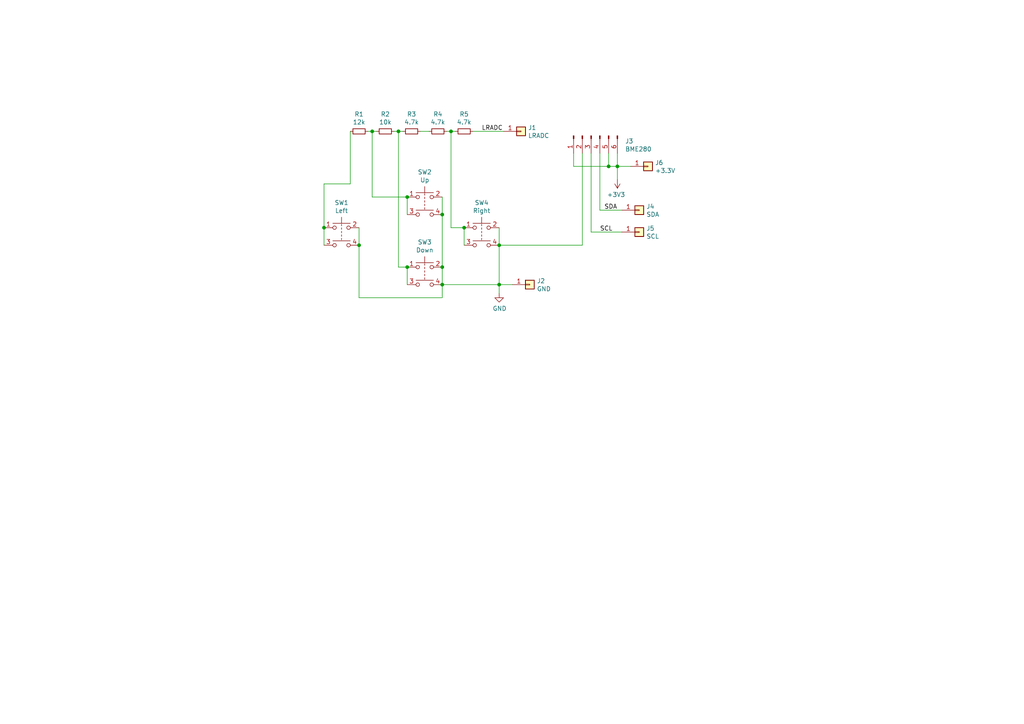
<source format=kicad_sch>
(kicad_sch (version 20211123) (generator eeschema)
  (paper "A4")
  (lib_symbols
    (symbol "Connector:Conn_01x06_Male" (pin_names (offset 1.016) hide)
      (property "Reference" "J" (at 0 7.62 0))
      (property "Value" "Conn_01x06_Male" (at 0 -10.16 0))
      (symbol "Conn_01x06_Male_1_1"
        (polyline (pts (xy 1.27 -7.62) (xy 0.8636 -7.62)) (stroke (width 0.1524)))
        (polyline (pts (xy 1.27 -5.08) (xy 0.8636 -5.08)) (stroke (width 0.1524)))
        (polyline (pts (xy 1.27 -2.54) (xy 0.8636 -2.54)) (stroke (width 0.1524)))
        (polyline (pts (xy 1.27 0) (xy 0.8636 0)) (stroke (width 0.1524)))
        (polyline (pts (xy 1.27 2.54) (xy 0.8636 2.54)) (stroke (width 0.1524)))
        (polyline (pts (xy 1.27 5.08) (xy 0.8636 5.08)) (stroke (width 0.1524)))
        (rectangle (start 0.8636 -7.493) (end 0 -7.747) (stroke (width 0.1524)) (fill (type outline)))
        (rectangle (start 0.8636 -4.953) (end 0 -5.207) (stroke (width 0.1524)) (fill (type outline)))
        (rectangle (start 0.8636 -2.413) (end 0 -2.667) (stroke (width 0.1524)) (fill (type outline)))
        (rectangle (start 0.8636 0.127) (end 0 -0.127) (stroke (width 0.1524)) (fill (type outline)))
        (rectangle (start 0.8636 2.667) (end 0 2.413) (stroke (width 0.1524)) (fill (type outline)))
        (rectangle (start 0.8636 5.207) (end 0 4.953) (stroke (width 0.1524)) (fill (type outline)))
        (pin passive line (at 5.08 5.08 180) (length 3.81) (name "Pin_1") (number "1"))
        (pin passive line (at 5.08 2.54 180) (length 3.81) (name "Pin_2") (number "2"))
        (pin passive line (at 5.08 0 180) (length 3.81) (name "Pin_3") (number "3"))
        (pin passive line (at 5.08 -2.54 180) (length 3.81) (name "Pin_4") (number "4"))
        (pin passive line (at 5.08 -5.08 180) (length 3.81) (name "Pin_5") (number "5"))
        (pin passive line (at 5.08 -7.62 180) (length 3.81) (name "Pin_6") (number "6"))
      )
    )
    (symbol "Connector_Generic:Conn_01x01" (pin_names (offset 1.016) hide)
      (property "Reference" "J" (at 0 2.54 0))
      (property "Value" "Conn_01x01" (at 0 -2.54 0))
      (symbol "Conn_01x01_1_1"
        (rectangle (start -1.27 0.127) (end 0 -0.127) (stroke (width 0.1524)))
        (rectangle (start -1.27 1.27) (end 1.27 -1.27) (stroke (width 0.254)) (fill (type background)))
        (pin passive line (at -5.08 0 0) (length 3.81) (name "Pin_1") (number "1"))
      )
    )
    (symbol "Device:R_Small" (pin_numbers hide) (pin_names (offset 0.254) hide)
      (property "Reference" "R" (at 0.762 0.508 0))
      (property "Value" "R_Small" (at 0.762 -1.016 0))
      (symbol "R_Small_0_1"
        (rectangle (start -0.762 1.778) (end 0.762 -1.778) (stroke (width 0.2032)))
      )
      (symbol "R_Small_1_1"
        (pin passive line (at 0 2.54 270) (length 0.762) (name "~") (number "1"))
        (pin passive line (at 0 -2.54 90) (length 0.762) (name "~") (number "2"))
      )
    )
    (symbol "Switch:SW_Push_Dual" (pin_names (offset 1.016) hide)
      (property "Reference" "SW" (at 1.27 2.54 0))
      (property "Value" "SW_Push_Dual" (at 0 -6.858 0))
      (symbol "SW_Push_Dual_0_1"
        (circle (center -2.032 -5.08) (radius 0.508))
        (circle (center -2.032 0) (radius 0.508))
        (polyline (pts (xy 0 -3.048) (xy 0 -3.556)))
        (polyline (pts (xy 0 -2.032) (xy 0 -2.54)))
        (polyline (pts (xy 0 -1.524) (xy 0 -1.016)))
        (polyline (pts (xy 0 -0.508) (xy 0 0)))
        (polyline (pts (xy 0 0.508) (xy 0 1.016)))
        (polyline (pts (xy 0 1.27) (xy 0 3.048)))
        (polyline (pts (xy 2.54 -3.81) (xy -2.54 -3.81)))
        (polyline (pts (xy 2.54 1.27) (xy -2.54 1.27)))
        (circle (center 2.032 -5.08) (radius 0.508))
        (circle (center 2.032 0) (radius 0.508))
        (pin passive line (at -5.08 0 0) (length 2.54) (name "1") (number "1"))
        (pin passive line (at 5.08 0 180) (length 2.54) (name "2") (number "2"))
        (pin passive line (at -5.08 -5.08 0) (length 2.54) (name "3") (number "3"))
        (pin passive line (at 5.08 -5.08 180) (length 2.54) (name "4") (number "4"))
      )
    )
    (symbol "power:+3.3V" (power) (pin_names (offset 0))
      (property "Value" "+3.3V" (at 0 3.556 0))
      (symbol "+3.3V_0_1"
        (polyline (pts (xy -0.762 1.27) (xy 0 2.54)))
        (polyline (pts (xy 0 0) (xy 0 2.54)))
        (polyline (pts (xy 0 2.54) (xy 0.762 1.27)))
      )
      (symbol "+3.3V_1_1"
        (pin power_in line (at 0 0 90) (length 0) hide (name "+3V3") (number "1"))
      )
    )
    (symbol "power:GND" (power) (pin_names (offset 0))
      (property "Value" "GND" (at 0 -3.81 0))
      (symbol "GND_0_1"
        (polyline (pts (xy 0 0) (xy 0 -1.27) (xy 1.27 -1.27) (xy 0 -2.54) (xy -1.27 -1.27) (xy 0 -1.27)))
      )
      (symbol "GND_1_1"
        (pin power_in line (at 0 0 270) (length 0) hide (name "GND") (number "1"))
      )
    )
  )
  (junction (at 179.07 48.26))
  (junction (at 104.14 71.12))
  (junction (at 115.57 38.1))
  (junction (at 93.98 66.04))
  (junction (at 107.95 38.1))
  (junction (at 144.78 71.12))
  (junction (at 130.81 38.1))
  (junction (at 144.78 82.55))
  (junction (at 118.11 77.47))
  (junction (at 128.27 77.47))
  (junction (at 176.53 48.26))
  (junction (at 118.11 57.15))
  (junction (at 134.62 66.04))
  (junction (at 128.27 62.23))
  (junction (at 128.27 82.55))
  (wire (pts (xy 128.27 82.55) (xy 144.78 82.55)))
  (wire (pts (xy 134.62 66.04) (xy 134.62 71.12)))
  (wire (pts (xy 93.98 66.04) (xy 93.98 71.12)))
  (wire (pts (xy 104.14 71.12) (xy 104.14 86.36)))
  (wire (pts (xy 168.91 71.12) (xy 144.78 71.12)))
  (wire (pts (xy 104.14 66.04) (xy 104.14 71.12)))
  (wire (pts (xy 173.99 60.96) (xy 173.99 44.45)))
  (wire (pts (xy 115.57 77.47) (xy 118.11 77.47)))
  (wire (pts (xy 107.95 38.1) (xy 106.68 38.1)))
  (wire (pts (xy 128.27 86.36) (xy 128.27 82.55)))
  (wire (pts (xy 128.27 62.23) (xy 128.27 57.15)))
  (wire (pts (xy 107.95 38.1) (xy 107.95 57.15)))
  (wire (pts (xy 166.37 48.26) (xy 176.53 48.26)))
  (wire (pts (xy 118.11 77.47) (xy 118.11 82.55)))
  (wire (pts (xy 109.22 38.1) (xy 107.95 38.1)))
  (wire (pts (xy 132.08 38.1) (xy 130.81 38.1)))
  (wire (pts (xy 130.81 38.1) (xy 130.81 66.04)))
  (wire (pts (xy 144.78 85.09) (xy 144.78 82.55)))
  (wire (pts (xy 104.14 86.36) (xy 128.27 86.36)))
  (wire (pts (xy 144.78 71.12) (xy 144.78 66.04)))
  (wire (pts (xy 144.78 82.55) (xy 144.78 71.12)))
  (wire (pts (xy 128.27 82.55) (xy 128.27 77.47)))
  (wire (pts (xy 107.95 57.15) (xy 118.11 57.15)))
  (wire (pts (xy 130.81 38.1) (xy 129.54 38.1)))
  (wire (pts (xy 171.45 67.31) (xy 171.45 44.45)))
  (wire (pts (xy 179.07 48.26) (xy 182.88 48.26)))
  (wire (pts (xy 166.37 44.45) (xy 166.37 48.26)))
  (wire (pts (xy 168.91 44.45) (xy 168.91 71.12)))
  (wire (pts (xy 93.98 53.34) (xy 93.98 66.04)))
  (wire (pts (xy 148.59 82.55) (xy 144.78 82.55)))
  (wire (pts (xy 179.07 48.26) (xy 179.07 44.45)))
  (wire (pts (xy 101.6 38.1) (xy 101.6 53.34)))
  (wire (pts (xy 180.34 67.31) (xy 171.45 67.31)))
  (wire (pts (xy 180.34 60.96) (xy 173.99 60.96)))
  (wire (pts (xy 146.05 38.1) (xy 137.16 38.1)))
  (wire (pts (xy 130.81 66.04) (xy 134.62 66.04)))
  (wire (pts (xy 115.57 38.1) (xy 115.57 77.47)))
  (wire (pts (xy 124.46 38.1) (xy 121.92 38.1)))
  (wire (pts (xy 176.53 48.26) (xy 179.07 48.26)))
  (wire (pts (xy 179.07 48.26) (xy 179.07 52.07)))
  (wire (pts (xy 128.27 77.47) (xy 128.27 62.23)))
  (wire (pts (xy 115.57 38.1) (xy 114.3 38.1)))
  (wire (pts (xy 176.53 48.26) (xy 176.53 44.45)))
  (wire (pts (xy 101.6 53.34) (xy 93.98 53.34)))
  (wire (pts (xy 118.11 57.15) (xy 118.11 62.23)))
  (wire (pts (xy 116.84 38.1) (xy 115.57 38.1)))
  (label "SCL" (at 173.99 67.31 0))
  (label "LRADC" (at 139.7 38.1 0))
  (label "SDA" (at 175.26 60.96 0))
  (symbol (lib_id "Switch:SW_Push_Dual") (at 99.06 66.04 0) (unit 1)
    (property "Reference" "SW1" (at 99.06 58.801 0))
    (property "Value" "Left" (at 99.06 61.1124 0))
    (property "Footprint" "Button_Switch_THT:Push_E-Switch_KS01Q01" (effects hide))
    (property "P/N" "D6R" (effects hide))
  )
  (symbol (lib_id "Switch:SW_Push_Dual") (at 123.19 57.15 0) (unit 1)
    (property "Reference" "SW2" (at 123.19 49.911 0))
    (property "Value" "Up" (at 123.19 52.2224 0))
    (property "Footprint" "Button_Switch_THT:Push_E-Switch_KS01Q01" (effects hide))
    (property "P/N" "D6R" (effects hide))
  )
  (symbol (lib_id "Switch:SW_Push_Dual") (at 123.19 77.47 0) (unit 1)
    (property "Reference" "SW3" (at 123.19 70.231 0))
    (property "Value" "Down" (at 123.19 72.5424 0))
    (property "Footprint" "Button_Switch_THT:Push_E-Switch_KS01Q01" (effects hide))
    (property "P/N" "D6R" (effects hide))
  )
  (symbol (lib_id "Switch:SW_Push_Dual") (at 139.7 66.04 0) (unit 1)
    (property "Reference" "SW4" (at 139.7 58.801 0))
    (property "Value" "Right" (at 139.7 61.1124 0))
    (property "Footprint" "Button_Switch_THT:Push_E-Switch_KS01Q01" (effects hide))
    (property "P/N" "D6R" (effects hide))
  )
  (symbol (lib_id "Device:R_Small") (at 104.14 38.1 270) (unit 1)
    (property "Reference" "R1" (at 104.14 33.1216 90))
    (property "Value" "12k" (at 104.14 35.433 90))
    (property "Footprint" "Resistor_SMD:R_0805_2012Metric_Pad1.20x1.40mm_HandSolder" (effects hide))
  )
  (symbol (lib_id "Device:R_Small") (at 111.76 38.1 270) (unit 1)
    (property "Reference" "R2" (at 111.76 33.1216 90))
    (property "Value" "10k" (at 111.76 35.433 90))
    (property "Footprint" "Resistor_SMD:R_0805_2012Metric_Pad1.20x1.40mm_HandSolder" (effects hide))
  )
  (symbol (lib_id "Device:R_Small") (at 119.38 38.1 270) (unit 1)
    (property "Reference" "R3" (at 119.38 33.1216 90))
    (property "Value" "4.7k" (at 119.38 35.433 90))
    (property "Footprint" "Resistor_SMD:R_0805_2012Metric_Pad1.20x1.40mm_HandSolder" (effects hide))
  )
  (symbol (lib_id "Device:R_Small") (at 127 38.1 270) (unit 1)
    (property "Reference" "R4" (at 127 33.1216 90))
    (property "Value" "4.7k" (at 127 35.433 90))
    (property "Footprint" "Resistor_SMD:R_0805_2012Metric_Pad1.20x1.40mm_HandSolder" (effects hide))
  )
  (symbol (lib_id "Device:R_Small") (at 134.62 38.1 270) (unit 1)
    (property "Reference" "R5" (at 134.62 33.1216 90))
    (property "Value" "4.7k" (at 134.62 35.433 90))
    (property "Footprint" "Resistor_SMD:R_0805_2012Metric_Pad1.20x1.40mm_HandSolder" (effects hide))
  )
  (symbol (lib_id "Connector_Generic:Conn_01x01") (at 151.13 38.1 0) (unit 1)
    (property "Reference" "J1" (at 153.162 37.0332 0) (effects (justify left)))
    (property "Value" "LRADC" (at 153.162 39.3446 0) (effects (justify left)))
    (property "Footprint" "Connector_Wire:SolderWire-0.1sqmm_1x01_D0.4mm_OD1mm_Relief" (effects hide))
  )
  (symbol (lib_id "Connector_Generic:Conn_01x01") (at 153.67 82.55 0) (unit 1)
    (property "Reference" "J2" (at 155.702 81.4832 0) (effects (justify left)))
    (property "Value" "GND" (at 155.702 83.7946 0) (effects (justify left)))
    (property "Footprint" "Connector_Wire:SolderWire-0.1sqmm_1x01_D0.4mm_OD1mm_Relief" (effects hide))
  )
  (symbol (lib_id "power:GND") (at 144.78 85.09 0) (unit 1)
    (property "Reference" "#PWR01" (effects hide))
    (property "Value" "GND" (at 144.907 89.4842 0))
  )
  (symbol (lib_id "Connector:Conn_01x06_Male") (at 171.45 39.37 90) (mirror x) (unit 1)
    (property "Reference" "J3" (at 181.3052 40.9448 90) (effects (justify right)))
    (property "Value" "BME280" (at 181.3052 43.2562 90) (effects (justify right)))
    (property "Footprint" "Connector_PinHeader_2.54mm:PinHeader_1x06_P2.54mm_Vertical" (effects hide))
  )
  (symbol (lib_id "Connector_Generic:Conn_01x01") (at 187.96 48.26 0) (unit 1)
    (property "Reference" "J6" (at 189.992 47.1932 0) (effects (justify left)))
    (property "Value" "+3.3V" (at 189.992 49.5046 0) (effects (justify left)))
    (property "Footprint" "Connector_Wire:SolderWire-0.1sqmm_1x01_D0.4mm_OD1mm_Relief" (effects hide))
  )
  (symbol (lib_id "power:+3.3V") (at 179.07 52.07 180) (unit 1)
    (property "Reference" "#PWR02" (effects hide))
    (property "Value" "+3.3V" (at 178.689 56.4642 0))
  )
  (symbol (lib_id "Connector_Generic:Conn_01x01") (at 185.42 60.96 0) (unit 1)
    (property "Reference" "J4" (at 187.452 59.8932 0) (effects (justify left)))
    (property "Value" "SDA" (at 187.452 62.2046 0) (effects (justify left)))
    (property "Footprint" "Connector_Wire:SolderWire-0.1sqmm_1x01_D0.4mm_OD1mm_Relief" (effects hide))
  )
  (symbol (lib_id "Connector_Generic:Conn_01x01") (at 185.42 67.31 0) (unit 1)
    (property "Reference" "J5" (at 187.452 66.2432 0) (effects (justify left)))
    (property "Value" "SCL" (at 187.452 68.5546 0) (effects (justify left)))
    (property "Footprint" "Connector_Wire:SolderWire-0.1sqmm_1x01_D0.4mm_OD1mm_Relief" (effects hide))
  )
)
</source>
